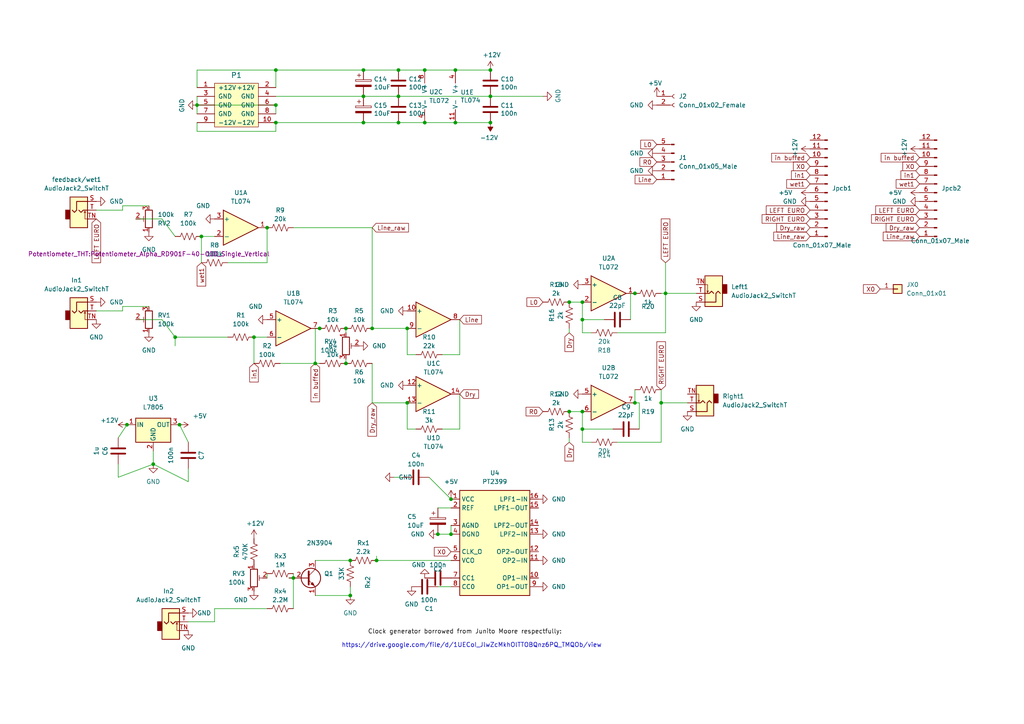
<source format=kicad_sch>
(kicad_sch (version 20211123) (generator eeschema)
  (paper "A4")
  (lib_symbols
    (symbol "Amplifier_Operational:TL072" (pin_names (offset 0.127))
      (property "Reference" "U" (at 0 5.08 0))
      (property "Value" "TL072" (at 0 -5.08 0))
      (symbol "TL072_1_1"
        (pin output line (at 7.62 0 180) (length 2.54) (name "~") (number "1"))
        (pin input line (at -7.62 -2.54 0) (length 2.54) (name "-") (number "2"))
        (pin input line (at -7.62 2.54 0) (length 2.54) (name "+") (number "3"))
      )
      (symbol "TL072_2_1"
        (pin input line (at -7.62 2.54 0) (length 2.54) (name "+") (number "5"))
        (pin input line (at -7.62 -2.54 0) (length 2.54) (name "-") (number "6"))
        (pin output line (at 7.62 0 180) (length 2.54) (name "~") (number "7"))
      )
      (symbol "TL072_3_1"
        (pin power_in line (at -2.54 -7.62 90) (length 3.81) (name "V-") (number "4"))
        (pin power_in line (at -2.54 7.62 270) (length 3.81) (name "V+") (number "8"))
      )
    )
    (symbol "Amplifier_Operational:TL074" (pin_names (offset 0.127))
      (property "Reference" "U" (at 0 5.08 0))
      (property "Value" "TL074" (at 0 -5.08 0))
      (symbol "TL074_1_1"
        (pin output line (at 7.62 0 180) (length 2.54) (name "~") (number "1"))
        (pin input line (at -7.62 -2.54 0) (length 2.54) (name "-") (number "2"))
        (pin input line (at -7.62 2.54 0) (length 2.54) (name "+") (number "3"))
      )
      (symbol "TL074_2_1"
        (pin input line (at -7.62 2.54 0) (length 2.54) (name "+") (number "5"))
        (pin input line (at -7.62 -2.54 0) (length 2.54) (name "-") (number "6"))
        (pin output line (at 7.62 0 180) (length 2.54) (name "~") (number "7"))
      )
      (symbol "TL074_3_1"
        (pin input line (at -7.62 2.54 0) (length 2.54) (name "+") (number "10"))
        (pin output line (at 7.62 0 180) (length 2.54) (name "~") (number "8"))
        (pin input line (at -7.62 -2.54 0) (length 2.54) (name "-") (number "9"))
      )
      (symbol "TL074_4_1"
        (pin input line (at -7.62 2.54 0) (length 2.54) (name "+") (number "12"))
        (pin input line (at -7.62 -2.54 0) (length 2.54) (name "-") (number "13"))
        (pin output line (at 7.62 0 180) (length 2.54) (name "~") (number "14"))
      )
      (symbol "TL074_5_1"
        (pin power_in line (at -2.54 -7.62 90) (length 3.81) (name "V-") (number "11"))
        (pin power_in line (at -2.54 7.62 270) (length 3.81) (name "V+") (number "4"))
      )
    )
    (symbol "AttenuFade-rescue:CP-Device" (pin_numbers hide) (pin_names (offset 0.254))
      (property "Reference" "C" (at 0.635 2.54 0))
      (property "Value" "CP-Device" (at 0.635 -2.54 0))
      (symbol "CP-Device_1_1"
        (pin passive line (at 0 3.81 270) (length 2.794) (name "~") (number "1"))
        (pin passive line (at 0 -3.81 90) (length 2.794) (name "~") (number "2"))
      )
    )
    (symbol "AttenuFade-rescue:EURO_PWR_2x5-eurocad" (pin_names (offset 1.016))
      (property "Reference" "J" (at 0 -7.62 0))
      (property "Value" "EURO_PWR_2x5-eurocad" (at 0 7.62 0))
      (symbol "EURO_PWR_2x5-eurocad_1_1"
        (pin power_in line (at -11.43 5.08 0) (length 5.08) (name "+12V") (number "1"))
        (pin power_in line (at 11.43 -5.08 180) (length 5.08) (name "-12V") (number "10"))
        (pin power_in line (at 11.43 5.08 180) (length 5.08) (name "+12V") (number "2"))
        (pin power_in line (at -11.43 2.54 0) (length 5.08) (name "GND") (number "3"))
        (pin power_in line (at 11.43 2.54 180) (length 5.08) (name "GND") (number "4"))
        (pin power_in line (at -11.43 0 0) (length 5.08) (name "GND") (number "5"))
        (pin power_in line (at 11.43 0 180) (length 5.08) (name "GND") (number "6"))
        (pin power_in line (at -11.43 -2.54 0) (length 5.08) (name "GND") (number "7"))
        (pin power_in line (at 11.43 -2.54 180) (length 5.08) (name "GND") (number "8"))
        (pin power_in line (at -11.43 -5.08 0) (length 5.08) (name "-12V") (number "9"))
      )
    )
    (symbol "Audio:PT2399"
      (property "Reference" "U" (at 0 17.78 0))
      (property "Value" "PT2399" (at 0 -17.78 0))
      (symbol "PT2399_1_1"
        (pin power_in line (at -12.7 12.7 0) (length 2.54) (name "VCC") (number "1"))
        (pin input line (at 12.7 -10.16 180) (length 2.54) (name "OP1-IN") (number "10"))
        (pin input line (at 12.7 -5.08 180) (length 2.54) (name "OP2-IN") (number "11"))
        (pin output line (at 12.7 -2.54 180) (length 2.54) (name "OP2-OUT") (number "12"))
        (pin input line (at 12.7 2.54 180) (length 2.54) (name "LPF2-IN") (number "13"))
        (pin output line (at 12.7 5.08 180) (length 2.54) (name "LPF2-OUT") (number "14"))
        (pin output line (at 12.7 10.16 180) (length 2.54) (name "LPF1-OUT") (number "15"))
        (pin input line (at 12.7 12.7 180) (length 2.54) (name "LPF1-IN") (number "16"))
        (pin passive line (at -12.7 10.16 0) (length 2.54) (name "REF") (number "2"))
        (pin power_in line (at -12.7 5.08 0) (length 2.54) (name "AGND") (number "3"))
        (pin power_in line (at -12.7 2.54 0) (length 2.54) (name "DGND") (number "4"))
        (pin passive line (at -12.7 -2.54 0) (length 2.54) (name "CLK_O") (number "5"))
        (pin passive line (at -12.7 -5.08 0) (length 2.54) (name "VCO") (number "6"))
        (pin passive line (at -12.7 -10.16 0) (length 2.54) (name "CC1") (number "7"))
        (pin passive line (at -12.7 -12.7 0) (length 2.54) (name "CC0") (number "8"))
        (pin output line (at 12.7 -12.7 180) (length 2.54) (name "OP1-OUT") (number "9"))
      )
    )
    (symbol "Connector:AudioJack2_SwitchT"
      (property "Reference" "J" (at 0 8.89 0))
      (property "Value" "AudioJack2_SwitchT" (at 0 6.35 0))
      (symbol "AudioJack2_SwitchT_1_1"
        (pin passive line (at 5.08 2.54 180) (length 2.54) (name "~") (number "S"))
        (pin passive line (at 5.08 0 180) (length 2.54) (name "~") (number "T"))
        (pin passive line (at 5.08 -2.54 180) (length 2.54) (name "~") (number "TN"))
      )
    )
    (symbol "Connector:Conn_01x02_Female" (pin_names (offset 1.016) hide)
      (property "Reference" "J" (at 0 2.54 0))
      (property "Value" "Conn_01x02_Female" (at 0 -5.08 0))
      (symbol "Conn_01x02_Female_1_1"
        (pin passive line (at -5.08 0 0) (length 3.81) (name "Pin_1") (number "1"))
        (pin passive line (at -5.08 -2.54 0) (length 3.81) (name "Pin_2") (number "2"))
      )
    )
    (symbol "Connector:Conn_01x05_Male" (pin_names (offset 1.016) hide)
      (property "Reference" "J" (at 0 7.62 0))
      (property "Value" "Conn_01x05_Male" (at 0 -7.62 0))
      (symbol "Conn_01x05_Male_1_1"
        (pin passive line (at 5.08 5.08 180) (length 3.81) (name "Pin_1") (number "1"))
        (pin passive line (at 5.08 2.54 180) (length 3.81) (name "Pin_2") (number "2"))
        (pin passive line (at 5.08 0 180) (length 3.81) (name "Pin_3") (number "3"))
        (pin passive line (at 5.08 -2.54 180) (length 3.81) (name "Pin_4") (number "4"))
        (pin passive line (at 5.08 -5.08 180) (length 3.81) (name "Pin_5") (number "5"))
      )
    )
    (symbol "Connector:Conn_01x12_Male" (pin_names (offset 1.016) hide)
      (property "Reference" "J" (at 0 15.24 0))
      (property "Value" "Conn_01x12_Male" (at 0 -17.78 0))
      (symbol "Conn_01x12_Male_1_1"
        (pin passive line (at 5.08 12.7 180) (length 3.81) (name "Pin_1") (number "1"))
        (pin passive line (at 5.08 -10.16 180) (length 3.81) (name "Pin_10") (number "10"))
        (pin passive line (at 5.08 -12.7 180) (length 3.81) (name "Pin_11") (number "11"))
        (pin passive line (at 5.08 -15.24 180) (length 3.81) (name "Pin_12") (number "12"))
        (pin passive line (at 5.08 10.16 180) (length 3.81) (name "Pin_2") (number "2"))
        (pin passive line (at 5.08 7.62 180) (length 3.81) (name "Pin_3") (number "3"))
        (pin passive line (at 5.08 5.08 180) (length 3.81) (name "Pin_4") (number "4"))
        (pin passive line (at 5.08 2.54 180) (length 3.81) (name "Pin_5") (number "5"))
        (pin passive line (at 5.08 0 180) (length 3.81) (name "Pin_6") (number "6"))
        (pin passive line (at 5.08 -2.54 180) (length 3.81) (name "Pin_7") (number "7"))
        (pin passive line (at 5.08 -5.08 180) (length 3.81) (name "Pin_8") (number "8"))
        (pin passive line (at 5.08 -7.62 180) (length 3.81) (name "Pin_9") (number "9"))
      )
    )
    (symbol "Connector_Generic:Conn_01x01" (pin_names (offset 1.016) hide)
      (property "Reference" "J" (at 0 2.54 0))
      (property "Value" "Conn_01x01" (at 0 -2.54 0))
      (symbol "Conn_01x01_1_1"
        (pin passive line (at -5.08 0 0) (length 3.81) (name "Pin_1") (number "1"))
      )
    )
    (symbol "Device:C" (pin_numbers hide) (pin_names (offset 0.254))
      (property "Reference" "C" (at 0.635 2.54 0))
      (property "Value" "C" (at 0.635 -2.54 0))
      (symbol "C_1_1"
        (pin passive line (at 0 3.81 270) (length 2.794) (name "~") (number "1"))
        (pin passive line (at 0 -3.81 90) (length 2.794) (name "~") (number "2"))
      )
    )
    (symbol "Device:C_Polarized" (pin_numbers hide) (pin_names (offset 0.254))
      (property "Reference" "C" (at 0.635 2.54 0))
      (property "Value" "C_Polarized" (at 0.635 -2.54 0))
      (symbol "C_Polarized_1_1"
        (pin passive line (at 0 3.81 270) (length 2.794) (name "~") (number "1"))
        (pin passive line (at 0 -3.81 90) (length 2.794) (name "~") (number "2"))
      )
    )
    (symbol "Device:R_Potentiometer_Trim" (pin_names (offset 1.016) hide)
      (property "Reference" "RV" (at -4.445 0 90))
      (property "Value" "R_Potentiometer_Trim" (at -2.54 0 90))
      (symbol "R_Potentiometer_Trim_1_1"
        (pin passive line (at 0 3.81 270) (length 1.27) (name "1") (number "1"))
        (pin passive line (at 3.81 0 180) (length 1.27) (name "2") (number "2"))
        (pin passive line (at 0 -3.81 90) (length 1.27) (name "3") (number "3"))
      )
    )
    (symbol "Device:R_US" (pin_numbers hide) (pin_names (offset 0))
      (property "Reference" "R" (at 2.54 0 90))
      (property "Value" "R_US" (at -2.54 0 90))
      (symbol "R_US_1_1"
        (pin passive line (at 0 3.81 270) (length 1.27) (name "~") (number "1"))
        (pin passive line (at 0 -3.81 90) (length 1.27) (name "~") (number "2"))
      )
    )
    (symbol "Regulator_Linear:L7805" (pin_names (offset 0.254))
      (property "Reference" "U" (at -3.81 3.175 0))
      (property "Value" "L7805" (at 0 3.175 0))
      (symbol "L7805_1_1"
        (pin power_in line (at -7.62 0 0) (length 2.54) (name "IN") (number "1"))
        (pin power_in line (at 0 -7.62 90) (length 2.54) (name "GND") (number "2"))
        (pin power_out line (at 7.62 0 180) (length 2.54) (name "OUT") (number "3"))
      )
    )
    (symbol "Transistor_BJT:2N3904" (pin_names (offset 0) hide)
      (property "Reference" "Q" (at 5.08 1.905 0))
      (property "Value" "2N3904" (at 5.08 0 0))
      (symbol "2N3904_1_1"
        (pin passive line (at 2.54 -5.08 90) (length 2.54) (name "E") (number "1"))
        (pin passive line (at -5.08 0 0) (length 5.715) (name "B") (number "2"))
        (pin passive line (at 2.54 5.08 270) (length 2.54) (name "C") (number "3"))
      )
    )
    (symbol "power:+12V" (power) (pin_names (offset 0))
      (property "Value" "+12V" (at 0 3.556 0))
      (symbol "+12V_1_1"
        (pin power_in line (at 0 0 90) (length 0) hide (name "+12V") (number "1"))
      )
    )
    (symbol "power:+5V" (power) (pin_names (offset 0))
      (property "Value" "+5V" (at 0 3.556 0))
      (symbol "+5V_1_1"
        (pin power_in line (at 0 0 90) (length 0) hide (name "+5V") (number "1"))
      )
    )
    (symbol "power:-12V" (power) (pin_names (offset 0))
      (property "Value" "-12V" (at 0 3.81 0))
      (symbol "-12V_0_0"
        (pin power_in line (at 0 0 90) (length 0) hide (name "-12V") (number "1"))
      )
    )
    (symbol "power:GND" (power) (pin_names (offset 0))
      (property "Value" "GND" (at 0 -3.81 0))
      (symbol "GND_1_1"
        (pin power_in line (at 0 0 270) (length 0) hide (name "GND") (number "1"))
      )
    )
  )
  (junction (at 130.81 154.94))
  (junction (at 115.57 27.94))
  (junction (at 105.41 20.32))
  (junction (at 132.08 35.56))
  (junction (at 130.81 144.78))
  (junction (at 91.44 105.41))
  (junction (at 58.42 68.58))
  (junction (at 85.09 167.64))
  (junction (at 168.91 92.71))
  (junction (at 193.04 85.09))
  (junction (at 57.15 30.48))
  (junction (at 109.22 162.56))
  (junction (at 52.07 123.19))
  (junction (at 105.41 27.94))
  (junction (at 184.15 85.09))
  (junction (at 100.33 95.25))
  (junction (at 115.57 20.32))
  (junction (at 101.6 162.56))
  (junction (at 127 154.94))
  (junction (at 44.45 134.62))
  (junction (at 165.1 87.63))
  (junction (at 142.24 27.94))
  (junction (at 168.91 87.63))
  (junction (at 101.6 172.72))
  (junction (at 118.11 116.84))
  (junction (at 118.11 95.25))
  (junction (at 184.15 116.84))
  (junction (at 123.19 20.32))
  (junction (at 142.24 20.32))
  (junction (at 191.77 116.84))
  (junction (at 142.24 35.56))
  (junction (at 80.01 35.56))
  (junction (at 165.1 119.38))
  (junction (at 168.91 119.38))
  (junction (at 80.01 30.48))
  (junction (at 123.19 35.56))
  (junction (at 50.8 97.79))
  (junction (at 100.33 105.41))
  (junction (at 105.41 35.56))
  (junction (at 92.71 95.25))
  (junction (at 73.66 97.79))
  (junction (at 168.91 124.46))
  (junction (at 77.47 66.04))
  (junction (at 36.83 123.19))
  (junction (at 80.01 20.32))
  (junction (at 132.08 20.32))
  (junction (at 115.57 35.56))
  (junction (at 107.95 95.25))
  (wire (pts (xy 34.29 138.43) (xy 44.45 134.62)))
  (wire (pts (xy 77.47 166.37) (xy 77.47 167.64)))
  (wire (pts (xy 54.61 128.27) (xy 52.07 123.19)))
  (wire (pts (xy 80.01 20.32) (xy 105.41 20.32)))
  (wire (pts (xy 168.91 87.63) (xy 168.91 92.71)))
  (wire (pts (xy 128.27 102.87) (xy 133.35 102.87)))
  (wire (pts (xy 168.91 119.38) (xy 168.91 124.46)))
  (wire (pts (xy 46.99 63.5) (xy 50.8 68.58)))
  (wire (pts (xy 171.45 128.27) (xy 168.91 128.27)))
  (wire (pts (xy 34.29 127) (xy 36.83 123.19)))
  (wire (pts (xy 100.33 95.25) (xy 100.33 96.52)))
  (wire (pts (xy 105.41 27.94) (xy 115.57 27.94)))
  (wire (pts (xy 27.94 90.17) (xy 35.56 90.17)))
  (wire (pts (xy 105.41 35.56) (xy 115.57 35.56)))
  (wire (pts (xy 132.08 20.32) (xy 142.24 20.32)))
  (wire (pts (xy 191.77 85.09) (xy 193.04 85.09)))
  (wire (pts (xy 81.28 105.41) (xy 91.44 105.41)))
  (wire (pts (xy 57.15 27.94) (xy 57.15 30.48)))
  (wire (pts (xy 100.33 104.14) (xy 100.33 105.41)))
  (wire (pts (xy 115.57 27.94) (xy 142.24 27.94)))
  (wire (pts (xy 123.19 20.32) (xy 132.08 20.32)))
  (wire (pts (xy 168.91 92.71) (xy 168.91 96.52)))
  (wire (pts (xy 101.6 172.72) (xy 101.6 170.18)))
  (wire (pts (xy 184.15 113.03) (xy 184.15 116.84)))
  (wire (pts (xy 182.88 85.09) (xy 184.15 85.09)))
  (wire (pts (xy 73.66 97.79) (xy 73.66 105.41)))
  (wire (pts (xy 191.77 116.84) (xy 199.39 116.84)))
  (wire (pts (xy 58.42 68.58) (xy 58.42 76.2)))
  (wire (pts (xy 165.1 87.63) (xy 168.91 87.63)))
  (wire (pts (xy 182.88 92.71) (xy 182.88 85.09)))
  (wire (pts (xy 127 170.18) (xy 130.81 170.18)))
  (wire (pts (xy 66.04 76.2) (xy 77.47 76.2)))
  (wire (pts (xy 91.44 95.25) (xy 91.44 105.41)))
  (wire (pts (xy 107.95 95.25) (xy 107.95 66.04)))
  (wire (pts (xy 179.07 96.52) (xy 193.04 96.52)))
  (wire (pts (xy 39.37 92.71) (xy 46.99 92.71)))
  (wire (pts (xy 39.37 63.5) (xy 46.99 63.5)))
  (wire (pts (xy 46.99 92.71) (xy 50.8 97.79)))
  (wire (pts (xy 107.95 116.84) (xy 118.11 116.84)))
  (wire (pts (xy 123.19 35.56) (xy 132.08 35.56)))
  (wire (pts (xy 168.91 124.46) (xy 168.91 128.27)))
  (wire (pts (xy 77.47 176.53) (xy 62.23 176.53)))
  (wire (pts (xy 35.56 88.9) (xy 35.56 90.17)))
  (wire (pts (xy 124.46 138.43) (xy 130.81 144.78)))
  (wire (pts (xy 58.42 68.58) (xy 62.23 68.58)))
  (wire (pts (xy 73.66 97.79) (xy 77.47 97.79)))
  (wire (pts (xy 27.94 60.96) (xy 35.56 60.96)))
  (wire (pts (xy 128.27 124.46) (xy 133.35 124.46)))
  (wire (pts (xy 185.42 124.46) (xy 185.42 116.84)))
  (wire (pts (xy 133.35 124.46) (xy 133.35 114.3)))
  (wire (pts (xy 54.61 135.89) (xy 54.61 139.7)))
  (wire (pts (xy 77.47 76.2) (xy 77.47 66.04)))
  (wire (pts (xy 193.04 76.2) (xy 193.04 85.09)))
  (wire (pts (xy 118.11 102.87) (xy 120.65 102.87)))
  (wire (pts (xy 35.56 59.69) (xy 43.18 59.69)))
  (wire (pts (xy 80.01 35.56) (xy 105.41 35.56)))
  (wire (pts (xy 54.61 180.34) (xy 62.23 180.34)))
  (wire (pts (xy 127 147.32) (xy 130.81 147.32)))
  (wire (pts (xy 185.42 116.84) (xy 184.15 116.84)))
  (wire (pts (xy 80.01 20.32) (xy 80.01 25.4)))
  (wire (pts (xy 191.77 128.27) (xy 191.77 116.84)))
  (wire (pts (xy 191.77 113.03) (xy 191.77 116.84)))
  (wire (pts (xy 80.01 35.56) (xy 80.01 38.1)))
  (wire (pts (xy 118.11 124.46) (xy 118.11 116.84)))
  (wire (pts (xy 85.09 166.37) (xy 85.09 167.64)))
  (wire (pts (xy 107.95 105.41) (xy 107.95 116.84)))
  (wire (pts (xy 165.1 95.25) (xy 165.1 96.52)))
  (wire (pts (xy 115.57 20.32) (xy 123.19 20.32)))
  (wire (pts (xy 130.81 152.4) (xy 130.81 154.94)))
  (wire (pts (xy 114.3 138.43) (xy 116.84 138.43)))
  (wire (pts (xy 107.95 95.25) (xy 118.11 95.25)))
  (wire (pts (xy 171.45 96.52) (xy 168.91 96.52)))
  (wire (pts (xy 179.07 128.27) (xy 191.77 128.27)))
  (wire (pts (xy 168.91 92.71) (xy 175.26 92.71)))
  (wire (pts (xy 50.8 97.79) (xy 66.04 97.79)))
  (wire (pts (xy 165.1 128.27) (xy 165.1 127)))
  (wire (pts (xy 50.8 97.79) (xy 50.8 100.33)))
  (wire (pts (xy 193.04 85.09) (xy 201.93 85.09)))
  (wire (pts (xy 57.15 33.02) (xy 57.15 30.48)))
  (wire (pts (xy 62.23 176.53) (xy 62.23 180.34)))
  (wire (pts (xy 168.91 124.46) (xy 177.8 124.46)))
  (wire (pts (xy 34.29 138.43) (xy 34.29 134.62)))
  (wire (pts (xy 80.01 27.94) (xy 105.41 27.94)))
  (wire (pts (xy 57.15 25.4) (xy 57.15 20.32)))
  (wire (pts (xy 91.44 95.25) (xy 92.71 95.25)))
  (wire (pts (xy 80.01 33.02) (xy 80.01 30.48)))
  (wire (pts (xy 83.82 167.64) (xy 85.09 167.64)))
  (wire (pts (xy 165.1 119.38) (xy 168.91 119.38)))
  (wire (pts (xy 44.45 134.62) (xy 54.61 139.7)))
  (wire (pts (xy 35.56 88.9) (xy 43.18 88.9)))
  (wire (pts (xy 35.56 59.69) (xy 35.56 60.96)))
  (wire (pts (xy 91.44 162.56) (xy 101.6 162.56)))
  (wire (pts (xy 85.09 167.64) (xy 85.09 176.53)))
  (wire (pts (xy 57.15 20.32) (xy 80.01 20.32)))
  (wire (pts (xy 132.08 35.56) (xy 142.24 35.56)))
  (wire (pts (xy 142.24 27.94) (xy 157.48 27.94)))
  (wire (pts (xy 118.11 124.46) (xy 120.65 124.46)))
  (wire (pts (xy 107.95 66.04) (xy 85.09 66.04)))
  (wire (pts (xy 44.45 134.62) (xy 44.45 130.81)))
  (wire (pts (xy 118.11 102.87) (xy 118.11 95.25)))
  (wire (pts (xy 80.01 30.48) (xy 57.15 30.48)))
  (wire (pts (xy 115.57 35.56) (xy 123.19 35.56)))
  (wire (pts (xy 105.41 20.32) (xy 115.57 20.32)))
  (wire (pts (xy 193.04 96.52) (xy 193.04 85.09)))
  (wire (pts (xy 91.44 105.41) (xy 92.71 105.41)))
  (wire (pts (xy 57.15 38.1) (xy 80.01 38.1)))
  (wire (pts (xy 130.81 162.56) (xy 109.22 162.56)))
  (wire (pts (xy 133.35 102.87) (xy 133.35 92.71)))
  (wire (pts (xy 127 154.94) (xy 130.81 154.94)))
  (wire (pts (xy 109.22 161.29) (xy 109.22 162.56)))
  (wire (pts (xy 91.44 172.72) (xy 101.6 172.72)))
  (wire (pts (xy 57.15 35.56) (xy 57.15 38.1)))
  (text "https://drive.google.com/file/d/1UECoI_JlwZcMkhOlTTOBQnz6PQ_TMQOb/view" (at 99.06 187.96 0) (effects (font (size 1.27 1.27)) (justify left bottom)))
  (label "Clock generator borrowed from Junito Moore respectfully:  " (at 106.68 184.15 0))
  (global_label "Line_raw" (shape input) (at 234.95 68.58 180) (property "Intersheet References" "${INTERSHEET_REFS}" (effects hide)))
  (global_label "Dry_raw" (shape input) (at 107.95 116.84 270) (property "Intersheet References" "${INTERSHEET_REFS}" (effects hide)))
  (global_label "in buffed" (shape input) (at 91.44 105.41 270) (property "Intersheet References" "${INTERSHEET_REFS}" (effects hide)))
  (global_label "Dry" (shape input) (at 165.1 96.52 270) (property "Intersheet References" "${INTERSHEET_REFS}" (effects hide)))
  (global_label "X0" (shape input) (at 255.27 83.82 180) (property "Intersheet References" "${INTERSHEET_REFS}" (effects hide)))
  (global_label "Line" (shape input) (at 190.5 52.07 180) (property "Intersheet References" "${INTERSHEET_REFS}" (effects hide)))
  (global_label "X0" (shape input) (at 234.95 48.26 180) (property "Intersheet References" "${INTERSHEET_REFS}" (effects hide)))
  (global_label "X0" (shape input) (at 130.81 160.02 180) (property "Intersheet References" "${INTERSHEET_REFS}" (effects hide)))
  (global_label "in buffed" (shape input) (at 266.7 45.72 180) (property "Intersheet References" "${INTERSHEET_REFS}" (effects hide)))
  (global_label "in buffed" (shape input) (at 234.95 45.72 180) (property "Intersheet References" "${INTERSHEET_REFS}" (effects hide)))
  (global_label "LEFT EURO" (shape input) (at 266.7 60.96 180) (property "Intersheet References" "${INTERSHEET_REFS}" (effects hide)))
  (global_label "Dry" (shape input) (at 133.35 114.3 0) (property "Intersheet References" "${INTERSHEET_REFS}" (effects hide)))
  (global_label "RIGHT EURO" (shape input) (at 266.7 63.5 180) (property "Intersheet References" "${INTERSHEET_REFS}" (effects hide)))
  (global_label "wet1" (shape input) (at 58.42 76.2 270) (property "Intersheet References" "${INTERSHEET_REFS}" (effects hide)))
  (global_label "Line" (shape input) (at 133.35 92.71 0) (property "Intersheet References" "${INTERSHEET_REFS}" (effects hide)))
  (global_label "wet1" (shape input) (at 266.7 53.34 180) (property "Intersheet References" "${INTERSHEET_REFS}" (effects hide)))
  (global_label "RIGHT EURO" (shape input) (at 234.95 63.5 180) (property "Intersheet References" "${INTERSHEET_REFS}" (effects hide)))
  (global_label "Dry_raw" (shape input) (at 234.95 66.04 180) (property "Intersheet References" "${INTERSHEET_REFS}" (effects hide)))
  (global_label "Line_raw" (shape input) (at 266.7 68.58 180) (property "Intersheet References" "${INTERSHEET_REFS}" (effects hide)))
  (global_label "LEFT EURO" (shape input) (at 193.04 76.2 90) (property "Intersheet References" "${INTERSHEET_REFS}" (effects hide)))
  (global_label "L0" (shape input) (at 190.5 41.91 180) (property "Intersheet References" "${INTERSHEET_REFS}" (effects hide)))
  (global_label "Dry" (shape input) (at 165.1 128.27 270) (property "Intersheet References" "${INTERSHEET_REFS}" (effects hide)))
  (global_label "in1" (shape input) (at 234.95 50.8 180) (property "Intersheet References" "${INTERSHEET_REFS}" (effects hide)))
  (global_label "R0" (shape input) (at 190.5 46.99 180) (property "Intersheet References" "${INTERSHEET_REFS}" (effects hide)))
  (global_label "R0" (shape input) (at 157.48 119.38 180) (property "Intersheet References" "${INTERSHEET_REFS}" (effects hide)))
  (global_label "wet1" (shape input) (at 234.95 53.34 180) (property "Intersheet References" "${INTERSHEET_REFS}" (effects hide)))
  (global_label "RIGHT EURO" (shape input) (at 191.77 113.03 90) (property "Intersheet References" "${INTERSHEET_REFS}" (effects hide)))
  (global_label "in1" (shape input) (at 73.66 105.41 270) (property "Intersheet References" "${INTERSHEET_REFS}" (effects hide)))
  (global_label "L0" (shape input) (at 157.48 87.63 180) (property "Intersheet References" "${INTERSHEET_REFS}" (effects hide)))
  (global_label "LEFT EURO" (shape input) (at 234.95 60.96 180) (property "Intersheet References" "${INTERSHEET_REFS}" (effects hide)))
  (global_label "X0" (shape input) (at 266.7 48.26 180) (property "Intersheet References" "${INTERSHEET_REFS}" (effects hide)))
  (global_label "LEFT EURO" (shape input) (at 27.94 63.5 270) (property "Intersheet References" "${INTERSHEET_REFS}" (effects hide)))
  (global_label "Dry_raw" (shape input) (at 266.7 66.04 180) (property "Intersheet References" "${INTERSHEET_REFS}" (effects hide)))
  (global_label "Line_raw" (shape input) (at 107.95 66.04 0) (property "Intersheet References" "${INTERSHEET_REFS}" (effects hide)))
  (global_label "in1" (shape input) (at 266.7 50.8 180) (property "Intersheet References" "${INTERSHEET_REFS}" (effects hide)))
  (symbol (lib_id "Device:R_US") (at 96.52 95.25 90) (unit 1)
    (property "Reference" "R3" (at 96.52 90.17 90))
    (property "Value" "10k" (at 96.52 92.71 90))
    (property "Footprint" "Resistor_THT:R_Axial_DIN0207_L6.3mm_D2.5mm_P10.16mm_Horizontal" (effects hide))
  )
  (symbol (lib_id "Amplifier_Operational:TL074") (at 134.62 27.94 0) (unit 5)
    (property "Reference" "U1" (at 133.5532 26.7716 0) (effects (justify left)))
    (property "Value" "TL074" (at 133.5532 29.083 0) (effects (justify left)))
    (property "Footprint" "Package_DIP:DIP-14_W7.62mm_LongPads" (effects hide))
    (property "Datasheet" "http://www.ti.com/lit/ds/symlink/tl071.pdf" (effects hide))
  )
  (symbol (lib_id "Device:R_US") (at 175.26 128.27 270) (unit 1)
    (property "Reference" "R14" (at 175.26 132.08 90))
    (property "Value" "20k" (at 175.26 130.81 90))
    (property "Footprint" "Resistor_THT:R_Axial_DIN0207_L6.3mm_D2.5mm_P10.16mm_Horizontal" (effects hide))
  )
  (symbol (lib_id "Audio:PT2399") (at 143.51 157.48 0) (unit 1)
    (property "Reference" "U4" (at 143.51 137.16 0))
    (property "Value" "PT2399" (at 143.51 139.7 0))
    (property "Footprint" "Package_DIP:DIP-16_W7.62mm_LongPads" (effects hide))
    (property "Datasheet" "http://sound.westhost.com/pt2399.pdf" (effects hide))
  )
  (symbol (lib_id "Device:R_Potentiometer_Trim") (at 43.18 92.71 180) (unit 1)
    (property "Reference" "RV1" (at 45.72 91.4399 0) (effects (justify right)))
    (property "Value" "100k" (at 45.72 93.9799 0) (effects (justify right)))
    (property "Footprint" "Potentiometer_THT:Potentiometer_Alpha_RD901F-40-00D_Single_Vertical" (effects hide))
  )
  (symbol (lib_id "Device:R_US") (at 81.28 176.53 90) (unit 1)
    (property "Reference" "Rx4" (at 81.28 171.45 90))
    (property "Value" "2.2M" (at 81.28 173.99 90))
    (property "Footprint" "Resistor_THT:R_Axial_DIN0207_L6.3mm_D2.5mm_P10.16mm_Horizontal" (effects hide))
  )
  (symbol (lib_id "Connector:Conn_01x05_Male") (at 195.58 46.99 180) (unit 1)
    (property "Reference" "J1" (at 196.85 45.7199 0) (effects (justify right)))
    (property "Value" "Conn_01x05_Male" (at 196.85 48.2599 0) (effects (justify right)))
    (property "Footprint" "Connector_PinHeader_2.54mm:PinHeader_1x05_P2.54mm_Vertical" (effects hide))
  )
  (symbol (lib_id "Connector_Generic:Conn_01x01") (at 260.35 83.82 0) (unit 1)
    (property "Reference" "JX0" (at 262.89 82.5499 0) (effects (justify left)))
    (property "Value" "Conn_01x01" (at 262.89 85.0899 0) (effects (justify left)))
    (property "Footprint" "Connector_PinHeader_2.54mm:PinHeader_1x01_P2.54mm_Vertical" (effects hide))
  )
  (symbol (lib_id "Device:C") (at 179.07 92.71 90) (unit 1)
    (property "Reference" "C8" (at 179.07 86.3092 90))
    (property "Value" "22pF" (at 179.07 88.6206 90))
    (property "Footprint" "Capacitor_THT:C_Disc_D7.5mm_W2.5mm_P5.00mm" (effects hide))
  )
  (symbol (lib_id "power:GND") (at 43.18 96.52 0) (unit 1)
    (property "Reference" "#PWR0106" (effects hide))
    (property "Value" "GND" (at 43.18 101.6 0))
  )
  (symbol (lib_id "power:+5V") (at 190.5 27.94 0) (unit 1)
    (property "Reference" "#PWR0135" (effects hide))
    (property "Value" "+5V" (at 187.96 24.13 0) (effects (justify left)))
  )
  (symbol (lib_id "Connector:AudioJack2_SwitchT") (at 22.86 60.96 0) (unit 1)
    (property "Reference" "feedback/wet1" (at 22.225 52.07 0))
    (property "Value" "AudioJack2_SwitchT" (at 22.225 54.61 0))
    (property "Footprint" "Connector_Audio:Jack_3.5mm_QingPu_WQP-PJ398SM_Vertical_CircularHoles" (effects hide))
  )
  (symbol (lib_id "power:GND") (at 54.61 177.8 90) (unit 1)
    (property "Reference" "#PWR0123" (effects hide))
    (property "Value" "GND" (at 57.15 177.8 90) (effects (justify right)))
  )
  (symbol (lib_id "Device:C") (at 123.19 170.18 90) (unit 1)
    (property "Reference" "C1" (at 124.46 176.53 90))
    (property "Value" "100n" (at 124.46 173.99 90))
    (property "Footprint" "Capacitor_THT:C_Axial_L5.1mm_D3.1mm_P10.00mm_Horizontal" (effects hide))
  )
  (symbol (lib_id "power:GND") (at 57.15 30.48 270) (unit 1)
    (property "Reference" "#PWR0102" (effects hide))
    (property "Value" "GND" (at 52.7558 30.607 0))
  )
  (symbol (lib_id "power:+12V") (at 234.95 43.18 90) (unit 1)
    (property "Reference" "#PWR0143" (effects hide))
    (property "Value" "+12V" (at 230.5558 42.799 0))
  )
  (symbol (lib_id "Device:R_US") (at 96.52 105.41 90) (unit 1)
    (property "Reference" "R4" (at 96.52 100.33 90))
    (property "Value" "10k" (at 96.52 102.87 90))
    (property "Footprint" "Resistor_THT:R_Axial_DIN0207_L6.3mm_D2.5mm_P10.16mm_Horizontal" (effects hide))
  )
  (symbol (lib_id "power:GND") (at 127 154.94 270) (unit 1)
    (property "Reference" "#PWR0112" (effects hide))
    (property "Value" "GND" (at 123.19 154.9399 90) (effects (justify right)))
  )
  (symbol (lib_id "power:GND") (at 118.11 90.17 270) (unit 1)
    (property "Reference" "#PWR0110" (effects hide))
    (property "Value" "GND" (at 114.3 90.1699 90) (effects (justify right)))
  )
  (symbol (lib_id "AttenuFade-rescue:CP-Device") (at 105.41 31.75 0) (unit 1)
    (property "Reference" "C15" (at 108.4072 30.5816 0) (effects (justify left)))
    (property "Value" "10uF" (at 108.4072 32.893 0) (effects (justify left)))
    (property "Footprint" "Capacitor_THT:CP_Radial_D5.0mm_P2.50mm" (effects hide))
  )
  (symbol (lib_id "Amplifier_Operational:TL072") (at 176.53 116.84 0) (unit 2)
    (property "Reference" "U2" (at 176.53 106.68 0))
    (property "Value" "TL072" (at 176.53 109.22 0))
    (property "Footprint" "Package_DIP:DIP-8_W7.62mm_LongPads" (effects hide))
    (property "Datasheet" "http://www.ti.com/lit/ds/symlink/tl071.pdf" (effects hide))
  )
  (symbol (lib_id "power:GND") (at 118.11 111.76 270) (unit 1)
    (property "Reference" "#PWR0109" (effects hide))
    (property "Value" "GND" (at 114.3 111.7599 90) (effects (justify right)))
  )
  (symbol (lib_id "Device:R_US") (at 104.14 105.41 90) (unit 1)
    (property "Reference" "R6" (at 104.14 107.95 90))
    (property "Value" "10k" (at 104.14 110.49 90))
    (property "Footprint" "Resistor_THT:R_Axial_DIN0207_L6.3mm_D2.5mm_P10.16mm_Horizontal" (effects hide))
  )
  (symbol (lib_id "AttenuFade-rescue:CP-Device") (at 105.41 24.13 0) (unit 1)
    (property "Reference" "C14" (at 108.4072 22.9616 0) (effects (justify left)))
    (property "Value" "10uF" (at 108.4072 25.273 0) (effects (justify left)))
    (property "Footprint" "Capacitor_THT:CP_Radial_D5.0mm_P2.50mm" (effects hide))
  )
  (symbol (lib_id "power:+5V") (at 130.81 144.78 0) (unit 1)
    (property "Reference" "#PWR0111" (effects hide))
    (property "Value" "+5V" (at 130.81 139.7 0))
  )
  (symbol (lib_id "power:GND") (at 156.21 162.56 90) (unit 1)
    (property "Reference" "#PWR0114" (effects hide))
    (property "Value" "GND" (at 160.02 162.5599 90) (effects (justify right)))
  )
  (symbol (lib_id "Device:R_US") (at 165.1 91.44 180) (unit 1)
    (property "Reference" "R16" (at 160.02 91.44 90))
    (property "Value" "2k" (at 162.56 91.44 90))
    (property "Footprint" "Resistor_THT:R_Axial_DIN0207_L6.3mm_D2.5mm_P10.16mm_Horizontal" (effects hide))
  )
  (symbol (lib_id "power:GND") (at 190.5 49.53 270) (unit 1)
    (property "Reference" "#PWR0128" (effects hide))
    (property "Value" "GND" (at 186.69 49.5299 90) (effects (justify right)))
  )
  (symbol (lib_id "power:+12V") (at 73.66 156.21 0) (unit 1)
    (property "Reference" "#PWR0122" (effects hide))
    (property "Value" "+12V" (at 74.041 151.8158 0))
  )
  (symbol (lib_id "Amplifier_Operational:TL074") (at 125.73 114.3 0) (unit 4)
    (property "Reference" "U1" (at 125.73 127 0))
    (property "Value" "TL074" (at 125.73 129.54 0))
    (property "Footprint" "Package_DIP:DIP-14_W7.62mm_LongPads" (effects hide))
    (property "Datasheet" "http://www.ti.com/lit/ds/symlink/tl071.pdf" (effects hide))
  )
  (symbol (lib_id "Device:R_US") (at 54.61 68.58 90) (unit 1)
    (property "Reference" "R7" (at 54.61 62.23 90))
    (property "Value" "100k" (at 54.61 64.77 90))
    (property "Footprint" "Resistor_THT:R_Axial_DIN0207_L6.3mm_D2.5mm_P10.16mm_Horizontal" (effects hide))
  )
  (symbol (lib_id "Device:R_US") (at 77.47 105.41 90) (unit 1)
    (property "Reference" "R2" (at 77.47 100.33 90))
    (property "Value" "100k" (at 77.47 102.87 90))
    (property "Footprint" "Resistor_THT:R_Axial_DIN0207_L6.3mm_D2.5mm_P10.16mm_Horizontal" (effects hide))
  )
  (symbol (lib_id "Device:R_US") (at 161.29 119.38 90) (unit 1)
    (property "Reference" "R12" (at 161.29 114.3 90))
    (property "Value" "2k" (at 161.29 116.84 90))
    (property "Footprint" "Resistor_THT:R_Axial_DIN0207_L6.3mm_D2.5mm_P10.16mm_Horizontal" (effects hide))
  )
  (symbol (lib_id "power:GND") (at 168.91 82.55 270) (unit 1)
    (property "Reference" "#PWR0125" (effects hide))
    (property "Value" "GND" (at 165.1 82.5499 90) (effects (justify right)))
  )
  (symbol (lib_id "Device:R_US") (at 104.14 95.25 90) (unit 1)
    (property "Reference" "R5" (at 104.14 90.17 90))
    (property "Value" "10k" (at 104.14 92.71 90))
    (property "Footprint" "Resistor_THT:R_Axial_DIN0207_L6.3mm_D2.5mm_P10.16mm_Horizontal" (effects hide))
  )
  (symbol (lib_id "power:GND") (at 123.19 167.64 180) (unit 1)
    (property "Reference" "#PWR0118" (effects hide))
    (property "Value" "GND" (at 119.38 163.83 0) (effects (justify right)))
  )
  (symbol (lib_id "Device:R_Potentiometer_Trim") (at 100.33 100.33 0) (unit 1)
    (property "Reference" "RV4" (at 97.79 99.0599 0) (effects (justify right)))
    (property "Value" "100k" (at 97.79 101.5999 0) (effects (justify right)))
    (property "Footprint" "Potentiometer_THT:Potentiometer_Alpha_RD901F-40-00D_Single_Vertical" (effects hide))
  )
  (symbol (lib_id "power:GND") (at 73.66 171.45 0) (unit 1)
    (property "Reference" "#PWR0121" (effects hide))
    (property "Value" "GND" (at 69.85 173.99 0))
  )
  (symbol (lib_id "power:+12V") (at 142.24 20.32 0) (unit 1)
    (property "Reference" "#PWR0132" (effects hide))
    (property "Value" "+12V" (at 142.621 15.9258 0))
  )
  (symbol (lib_id "power:GND") (at 119.38 170.18 0) (unit 1)
    (property "Reference" "#PWR0119" (effects hide))
    (property "Value" "GND" (at 119.38 175.26 0))
  )
  (symbol (lib_id "power:GND") (at 168.91 114.3 270) (unit 1)
    (property "Reference" "#PWR0126" (effects hide))
    (property "Value" "GND" (at 165.1 114.2999 90) (effects (justify right)))
  )
  (symbol (lib_id "power:GND") (at 101.6 172.72 0) (unit 1)
    (property "Reference" "#PWR0120" (effects hide))
    (property "Value" "GND" (at 101.6 177.8 0))
  )
  (symbol (lib_id "Connector:Conn_01x02_Female") (at 195.58 27.94 0) (unit 1)
    (property "Reference" "J2" (at 196.85 27.9399 0) (effects (justify left)))
    (property "Value" "Conn_01x02_Female" (at 196.85 30.4799 0) (effects (justify left)))
    (property "Footprint" "Connector_PinHeader_2.54mm:PinHeader_1x02_P2.54mm_Vertical" (effects hide))
  )
  (symbol (lib_id "Connector:AudioJack2_SwitchT") (at 49.53 180.34 0) (unit 1)
    (property "Reference" "In2" (at 48.895 171.45 0))
    (property "Value" "AudioJack2_SwitchT" (at 48.895 173.99 0))
    (property "Footprint" "Connector_Audio:Jack_3.5mm_QingPu_WQP-PJ398SM_Vertical_CircularHoles" (effects hide))
  )
  (symbol (lib_id "Device:R_US") (at 187.96 113.03 270) (unit 1)
    (property "Reference" "R19" (at 187.96 119.38 90))
    (property "Value" "1k" (at 187.96 115.57 90))
    (property "Footprint" "Resistor_THT:R_Axial_DIN0207_L6.3mm_D2.5mm_P10.16mm_Horizontal" (effects hide))
  )
  (symbol (lib_id "Device:R_US") (at 69.85 97.79 90) (unit 1)
    (property "Reference" "R1" (at 69.85 91.44 90))
    (property "Value" "100k" (at 69.85 93.98 90))
    (property "Footprint" "Resistor_THT:R_Axial_DIN0207_L6.3mm_D2.5mm_P10.16mm_Horizontal" (effects hide))
  )
  (symbol (lib_id "Device:R_Potentiometer_Trim") (at 73.66 167.64 0) (unit 1)
    (property "Reference" "RV3" (at 71.12 166.3699 0) (effects (justify right)))
    (property "Value" "100k" (at 71.12 168.9099 0) (effects (justify right)))
    (property "Footprint" "Potentiometer_THT:Potentiometer_Alpha_RD901F-40-00D_Single_Vertical" (effects hide))
  )
  (symbol (lib_id "AttenuFade-rescue:EURO_PWR_2x5-eurocad") (at 68.58 30.48 0) (unit 1)
    (property "Reference" "P1" (at 68.58 21.8186 0) (effects (font (size 1.524 1.524))))
    (property "Value" "EURO_PWR_2x5" (effects hide))
    (property "Footprint" "europi:IDC-2x5" (effects hide))
  )
  (symbol (lib_id "power:GND") (at 27.94 92.71 0) (unit 1)
    (property "Reference" "#PWR0107" (effects hide))
    (property "Value" "GND" (at 27.94 97.79 0))
  )
  (symbol (lib_id "power:-12V") (at 142.24 35.56 180) (unit 1)
    (property "Reference" "#PWR0131" (effects hide))
    (property "Value" "-12V" (at 141.859 39.9542 0))
  )
  (symbol (lib_id "Device:C") (at 181.61 124.46 90) (unit 1)
    (property "Reference" "C9" (at 181.61 118.0592 90))
    (property "Value" "22pF" (at 181.61 120.3706 90))
    (property "Footprint" "Capacitor_THT:C_Disc_D7.5mm_W2.5mm_P5.00mm" (effects hide))
  )
  (symbol (lib_id "Device:C") (at 127 167.64 90) (unit 1)
    (property "Reference" "C2" (at 127 165.1 90))
    (property "Value" "100n" (at 127 163.83 90))
    (property "Footprint" "Capacitor_THT:C_Axial_L5.1mm_D3.1mm_P10.00mm_Horizontal" (effects hide))
  )
  (symbol (lib_id "Connector:Conn_01x12_Male") (at 271.78 55.88 180) (unit 1)
    (property "Reference" "Jpcb2" (at 273.05 54.6099 0) (effects (justify right)))
    (property "Value" "Conn_01x07_Male" (at 264.16 69.85 0) (effects (justify right)))
    (property "Footprint" "Connector_PinHeader_2.54mm:PinHeader_2x06_P2.54mm_Vertical" (effects hide))
  )
  (symbol (lib_id "Connector:AudioJack2_SwitchT") (at 22.86 90.17 0) (unit 1)
    (property "Reference" "In1" (at 22.225 81.28 0))
    (property "Value" "AudioJack2_SwitchT" (at 22.225 83.82 0))
    (property "Footprint" "Connector_Audio:Jack_3.5mm_QingPu_WQP-PJ398SM_Vertical_CircularHoles" (effects hide))
  )
  (symbol (lib_id "Amplifier_Operational:TL074") (at 69.85 66.04 0) (unit 1)
    (property "Reference" "U1" (at 69.85 55.88 0))
    (property "Value" "TL074" (at 69.85 58.42 0))
    (property "Footprint" "Package_DIP:DIP-14_W7.62mm_LongPads" (effects hide))
    (property "Datasheet" "http://www.ti.com/lit/ds/symlink/tl071.pdf" (effects hide))
  )
  (symbol (lib_id "power:GND") (at 156.21 170.18 90) (unit 1)
    (property "Reference" "#PWR0115" (effects hide))
    (property "Value" "GND" (at 160.02 170.1799 90) (effects (justify right)))
  )
  (symbol (lib_id "Device:C") (at 115.57 24.13 180) (unit 1)
    (property "Reference" "C12" (at 118.491 22.9616 0) (effects (justify right)))
    (property "Value" "100n" (at 118.491 25.273 0) (effects (justify right)))
    (property "Footprint" "Capacitor_SMD:C_0805_2012Metric_Pad1.15x1.40mm_HandSolder" (effects hide))
  )
  (symbol (lib_id "power:+5V") (at 234.95 55.88 90) (unit 1)
    (property "Reference" "#PWR0139" (effects hide))
    (property "Value" "+5V" (at 229.87 55.88 90) (effects (justify left)))
  )
  (symbol (lib_id "Connector:AudioJack2_SwitchT") (at 204.47 116.84 180) (unit 1)
    (property "Reference" "Right1" (at 209.55 114.9349 0) (effects (justify right)))
    (property "Value" "AudioJack2_SwitchT" (at 209.55 117.4749 0) (effects (justify right)))
    (property "Footprint" "Connector_Audio:Jack_3.5mm_QingPu_WQP-PJ398SM_Vertical_CircularHoles" (effects hide))
  )
  (symbol (lib_id "Regulator_Linear:L7805") (at 44.45 123.19 0) (unit 1)
    (property "Reference" "U3" (at 44.45 115.57 0))
    (property "Value" "L7805" (at 44.45 118.11 0))
    (property "Footprint" "Package_TO_SOT_THT:TO-220-3_Horizontal_TabDown" (effects hide))
    (property "Datasheet" "http://www.st.com/content/ccc/resource/technical/document/datasheet/41/4f/b3/b0/12/d4/47/88/CD00000444.pdf/files/CD00000444.pdf/jcr:content/translations/en.CD00000444.pdf" (effects hide))
  )
  (symbol (lib_id "Device:R_US") (at 124.46 102.87 90) (unit 1)
    (property "Reference" "R10" (at 124.46 97.79 90))
    (property "Value" "22k" (at 124.46 100.33 90))
    (property "Footprint" "Resistor_THT:R_Axial_DIN0207_L6.3mm_D2.5mm_P10.16mm_Horizontal" (effects hide))
  )
  (symbol (lib_id "power:GND") (at 114.3 138.43 270) (unit 1)
    (property "Reference" "#PWR0113" (effects hide))
    (property "Value" "GND" (at 115.57 138.4299 90) (effects (justify left)))
  )
  (symbol (lib_id "power:GND") (at 27.94 87.63 90) (unit 1)
    (property "Reference" "#PWR0108" (effects hide))
    (property "Value" "GND" (at 31.75 87.6299 90) (effects (justify right)))
  )
  (symbol (lib_id "power:GND") (at 156.21 144.78 90) (unit 1)
    (property "Reference" "#PWR0116" (effects hide))
    (property "Value" "GND" (at 160.02 144.7799 90) (effects (justify right)))
  )
  (symbol (lib_id "power:+12V") (at 266.7 43.18 90) (unit 1)
    (property "Reference" "#PWR0144" (effects hide))
    (property "Value" "+12V" (at 262.3058 42.799 0))
  )
  (symbol (lib_id "Device:R_US") (at 73.66 160.02 180) (unit 1)
    (property "Reference" "Rx5" (at 68.58 160.02 90))
    (property "Value" "470K" (at 71.12 160.02 90))
    (property "Footprint" "Resistor_THT:R_Axial_DIN0207_L6.3mm_D2.5mm_P10.16mm_Horizontal" (effects hide))
  )
  (symbol (lib_id "Device:R_US") (at 187.96 85.09 270) (unit 1)
    (property "Reference" "R20" (at 187.96 88.9 90))
    (property "Value" "1k" (at 187.96 87.63 90))
    (property "Footprint" "Resistor_THT:R_Axial_DIN0207_L6.3mm_D2.5mm_P10.16mm_Horizontal" (effects hide))
  )
  (symbol (lib_id "Device:R_US") (at 124.46 124.46 90) (unit 1)
    (property "Reference" "R11" (at 124.46 119.38 90))
    (property "Value" "3k" (at 124.46 121.92 90))
    (property "Footprint" "Resistor_THT:R_Axial_DIN0207_L6.3mm_D2.5mm_P10.16mm_Horizontal" (effects hide))
  )
  (symbol (lib_id "Connector:AudioJack2_SwitchT") (at 207.01 85.09 180) (unit 1)
    (property "Reference" "Left1" (at 212.09 83.1849 0) (effects (justify right)))
    (property "Value" "AudioJack2_SwitchT" (at 212.09 85.7249 0) (effects (justify right)))
    (property "Footprint" "Connector_Audio:Jack_3.5mm_QingPu_WQP-PJ398SM_Vertical_CircularHoles" (effects hide))
  )
  (symbol (lib_id "Amplifier_Operational:TL072") (at 125.73 27.94 0) (unit 3)
    (property "Reference" "U2" (at 124.46 26.6699 0) (effects (justify left)))
    (property "Value" "TL072" (at 124.46 29.2099 0) (effects (justify left)))
    (property "Footprint" "Package_DIP:DIP-8_W7.62mm_LongPads" (effects hide))
    (property "Datasheet" "http://www.ti.com/lit/ds/symlink/tl071.pdf" (effects hide))
  )
  (symbol (lib_id "Device:R_US") (at 175.26 96.52 270) (unit 1)
    (property "Reference" "R18" (at 175.26 101.6 90))
    (property "Value" "20k" (at 175.26 99.06 90))
    (property "Footprint" "Resistor_THT:R_Axial_DIN0207_L6.3mm_D2.5mm_P10.16mm_Horizontal" (effects hide))
  )
  (symbol (lib_id "power:GND") (at 44.45 134.62 0) (unit 1)
    (property "Reference" "#PWR0145" (effects hide))
    (property "Value" "GND" (at 44.45 139.7 0))
  )
  (symbol (lib_id "power:GND") (at 266.7 58.42 270) (unit 1)
    (property "Reference" "#PWR0142" (effects hide))
    (property "Value" "GND" (at 262.89 58.4199 90) (effects (justify right)))
  )
  (symbol (lib_id "Device:C") (at 115.57 31.75 180) (unit 1)
    (property "Reference" "C13" (at 118.491 30.5816 0) (effects (justify right)))
    (property "Value" "100n" (at 118.491 32.893 0) (effects (justify right)))
    (property "Footprint" "Capacitor_SMD:C_0805_2012Metric_Pad1.15x1.40mm_HandSolder" (effects hide))
  )
  (symbol (lib_id "power:GND") (at 62.23 63.5 270) (unit 1)
    (property "Reference" "#PWR0101" (effects hide))
    (property "Value" "GND" (at 60.96 59.69 90) (effects (justify right)))
  )
  (symbol (lib_id "power:GND") (at 190.5 44.45 270) (unit 1)
    (property "Reference" "#PWR0129" (effects hide))
    (property "Value" "GND" (at 186.69 44.4499 90) (effects (justify right)))
  )
  (symbol (lib_id "power:+12V") (at 36.83 123.19 90) (unit 1)
    (property "Reference" "#PWR0137" (effects hide))
    (property "Value" "+12V" (at 31.75 121.92 90))
  )
  (symbol (lib_id "Amplifier_Operational:TL072") (at 176.53 85.09 0) (unit 1)
    (property "Reference" "U2" (at 176.53 74.93 0))
    (property "Value" "TL072" (at 176.53 77.47 0))
    (property "Footprint" "Package_DIP:DIP-8_W7.62mm_LongPads" (effects hide))
    (property "Datasheet" "http://www.ti.com/lit/ds/symlink/tl071.pdf" (effects hide))
  )
  (symbol (lib_id "Device:R_Potentiometer_Trim") (at 43.18 63.5 180) (unit 1)
    (property "Reference" "RV2" (at 45.72 64.7701 0) (effects (justify right)))
    (property "Value" "100k" (at 45.72 62.2301 0) (effects (justify right)))
    (property "Footprint" "Potentiometer_THT:Potentiometer_Alpha_RD901F-40-00D_Single_Vertical" (at 43.18 73.66 0))
  )
  (symbol (lib_id "Transistor_BJT:2N3904") (at 88.9 167.64 0) (unit 1)
    (property "Reference" "Q1" (at 93.98 166.3699 0) (effects (justify left)))
    (property "Value" "2N3904" (at 88.9 157.48 0) (effects (justify left)))
    (property "Footprint" "Package_TO_SOT_THT:TO-92_Inline" (effects hide))
    (property "Datasheet" "https://www.onsemi.com/pub/Collateral/2N3903-D.PDF" (effects hide))
  )
  (symbol (lib_id "power:GND") (at 199.39 119.38 0) (unit 1)
    (property "Reference" "#PWR0127" (effects hide))
    (property "Value" "GND" (at 199.39 124.46 0))
  )
  (symbol (lib_id "power:GND") (at 54.61 182.88 0) (unit 1)
    (property "Reference" "#PWR0124" (effects hide))
    (property "Value" "GND" (at 54.61 187.96 0))
  )
  (symbol (lib_id "Device:R_US") (at 62.23 76.2 90) (unit 1)
    (property "Reference" "R8" (at 62.23 71.12 90))
    (property "Value" "100k" (at 62.23 73.66 90))
    (property "Footprint" "Resistor_THT:R_Axial_DIN0207_L6.3mm_D2.5mm_P10.16mm_Horizontal" (effects hide))
  )
  (symbol (lib_id "power:GND") (at 43.18 67.31 0) (unit 1)
    (property "Reference" "#PWR0104" (effects hide))
    (property "Value" "GND" (at 43.18 72.39 0))
  )
  (symbol (lib_id "power:GND") (at 201.93 87.63 0) (unit 1)
    (property "Reference" "#PWR0130" (effects hide))
    (property "Value" "GND" (at 201.93 92.71 0))
  )
  (symbol (lib_id "Device:C") (at 120.65 138.43 90) (unit 1)
    (property "Reference" "C4" (at 120.65 132.08 90))
    (property "Value" "100n" (at 120.65 134.62 90))
    (property "Footprint" "Capacitor_THT:C_Axial_L5.1mm_D3.1mm_P10.00mm_Horizontal" (effects hide))
  )
  (symbol (lib_id "Device:R_US") (at 105.41 162.56 90) (unit 1)
    (property "Reference" "Rx1" (at 105.41 157.48 90))
    (property "Value" "2.2k" (at 105.41 160.02 90))
    (property "Footprint" "Resistor_THT:R_Axial_DIN0207_L6.3mm_D2.5mm_P10.16mm_Horizontal" (effects hide))
  )
  (symbol (lib_id "power:GND") (at 77.47 92.71 270) (unit 1)
    (property "Reference" "#PWR0103" (effects hide))
    (property "Value" "GND" (at 76.2 88.9 90) (effects (justify right)))
  )
  (symbol (lib_id "Device:R_US") (at 81.28 66.04 90) (unit 1)
    (property "Reference" "R9" (at 81.28 60.96 90))
    (property "Value" "20k" (at 81.28 63.5 90))
    (property "Footprint" "Resistor_THT:R_Axial_DIN0207_L6.3mm_D2.5mm_P10.16mm_Horizontal" (effects hide))
  )
  (symbol (lib_id "power:+5V") (at 266.7 55.88 90) (unit 1)
    (property "Reference" "#PWR0141" (effects hide))
    (property "Value" "+5V" (at 261.62 55.88 90) (effects (justify left)))
  )
  (symbol (lib_id "power:GND") (at 104.14 100.33 90) (unit 1)
    (property "Reference" "#PWR0138" (effects hide))
    (property "Value" "GND" (at 107.95 100.3299 90) (effects (justify right)))
  )
  (symbol (lib_id "power:GND") (at 190.5 30.48 270) (unit 1)
    (property "Reference" "#PWR0133" (effects hide))
    (property "Value" "GND" (at 186.69 30.4799 90) (effects (justify right)))
  )
  (symbol (lib_id "power:GND") (at 27.94 58.42 90) (unit 1)
    (property "Reference" "#PWR0105" (effects hide))
    (property "Value" "GND" (at 31.75 58.4199 90) (effects (justify right)))
  )
  (symbol (lib_id "Amplifier_Operational:TL074") (at 125.73 92.71 0) (unit 3)
    (property "Reference" "U1" (at 125.73 105.41 0))
    (property "Value" "TL074" (at 125.73 107.95 0))
    (property "Footprint" "Package_DIP:DIP-14_W7.62mm_LongPads" (effects hide))
    (property "Datasheet" "http://www.ti.com/lit/ds/symlink/tl071.pdf" (effects hide))
  )
  (symbol (lib_id "Device:C_Polarized") (at 127 151.13 0) (unit 1)
    (property "Reference" "C5" (at 118.11 149.86 0) (effects (justify left)))
    (property "Value" "10uF" (at 118.11 152.4 0) (effects (justify left)))
    (property "Footprint" "Capacitor_THT:CP_Radial_D6.3mm_P2.50mm" (effects hide))
  )
  (symbol (lib_id "power:GND") (at 156.21 154.94 90) (unit 1)
    (property "Reference" "#PWR0117" (effects hide))
    (property "Value" "GND" (at 160.02 154.9399 90) (effects (justify right)))
  )
  (symbol (lib_id "Device:R_US") (at 81.28 166.37 90) (unit 1)
    (property "Reference" "Rx3" (at 81.28 161.29 90))
    (property "Value" "1M" (at 81.28 163.83 90))
    (property "Footprint" "Resistor_THT:R_Axial_DIN0207_L6.3mm_D2.5mm_P10.16mm_Horizontal" (effects hide))
  )
  (symbol (lib_id "Device:C") (at 142.24 24.13 180) (unit 1)
    (property "Reference" "C10" (at 145.161 22.9616 0) (effects (justify right)))
    (property "Value" "100n" (at 145.161 25.273 0) (effects (justify right)))
    (property "Footprint" "Capacitor_THT:C_Disc_D7.5mm_W2.5mm_P5.00mm" (effects hide))
  )
  (symbol (lib_id "power:+5V") (at 52.07 123.19 270) (unit 1)
    (property "Reference" "#PWR0136" (effects hide))
    (property "Value" "+5V" (at 55.88 120.65 90) (effects (justify left)))
  )
  (symbol (lib_id "Device:R_US") (at 165.1 123.19 180) (unit 1)
    (property "Reference" "R13" (at 160.02 123.19 90))
    (property "Value" "2k" (at 162.56 123.19 90))
    (property "Footprint" "Resistor_THT:R_Axial_DIN0207_L6.3mm_D2.5mm_P10.16mm_Horizontal" (effects hide))
  )
  (symbol (lib_id "power:GND") (at 157.48 27.94 90) (unit 1)
    (property "Reference" "#PWR0134" (effects hide))
    (property "Value" "GND" (at 161.8742 27.813 0))
  )
  (symbol (lib_id "Device:R_US") (at 101.6 166.37 180) (unit 1)
    (property "Reference" "Rx2" (at 106.68 168.91 90))
    (property "Value" "33K" (at 99.06 166.37 90))
    (property "Footprint" "Resistor_THT:R_Axial_DIN0207_L6.3mm_D2.5mm_P10.16mm_Horizontal" (effects hide))
  )
  (symbol (lib_id "Device:C") (at 142.24 31.75 180) (unit 1)
    (property "Reference" "C11" (at 145.161 30.5816 0) (effects (justify right)))
    (property "Value" "100n" (at 145.161 32.893 0) (effects (justify right)))
    (property "Footprint" "Capacitor_THT:C_Disc_D7.5mm_W2.5mm_P5.00mm" (effects hide))
  )
  (symbol (lib_id "Device:C") (at 34.29 130.81 180) (unit 1)
    (property "Reference" "C6" (at 30.48 130.81 90))
    (property "Value" "1u" (at 27.94 130.81 90))
    (property "Footprint" "Capacitor_THT:C_Axial_L5.1mm_D3.1mm_P10.00mm_Horizontal" (effects hide))
  )
  (symbol (lib_id "Device:C") (at 54.61 132.08 180) (unit 1)
    (property "Reference" "C7" (at 58.42 132.08 90))
    (property "Value" "100n" (at 49.53 132.08 90))
    (property "Footprint" "Capacitor_THT:C_Axial_L5.1mm_D3.1mm_P10.00mm_Horizontal" (effects hide))
  )
  (symbol (lib_id "Amplifier_Operational:TL074") (at 85.09 95.25 0) (unit 2)
    (property "Reference" "U1" (at 85.09 85.09 0))
    (property "Value" "TL074" (at 85.09 87.63 0))
    (property "Footprint" "Package_DIP:DIP-14_W7.62mm_LongPads" (effects hide))
    (property "Datasheet" "http://www.ti.com/lit/ds/symlink/tl071.pdf" (effects hide))
  )
  (symbol (lib_id "Connector:Conn_01x12_Male") (at 240.03 55.88 180) (unit 1)
    (property "Reference" "Jpcb1" (at 241.3 54.6099 0) (effects (justify right)))
    (property "Value" "Conn_01x07_Male" (at 229.87 71.12 0) (effects (justify right)))
    (property "Footprint" "Connector_PinHeader_2.54mm:PinHeader_2x06_P2.54mm_Vertical" (effects hide))
  )
  (symbol (lib_id "Device:R_US") (at 161.29 87.63 90) (unit 1)
    (property "Reference" "R15" (at 161.29 82.55 90))
    (property "Value" "2k" (at 161.29 85.09 90))
    (property "Footprint" "Resistor_THT:R_Axial_DIN0207_L6.3mm_D2.5mm_P10.16mm_Horizontal" (effects hide))
  )
  (symbol (lib_id "power:GND") (at 234.95 58.42 270) (unit 1)
    (property "Reference" "#PWR0140" (effects hide))
    (property "Value" "GND" (at 231.14 58.4199 90) (effects (justify right)))
  )
)
</source>
